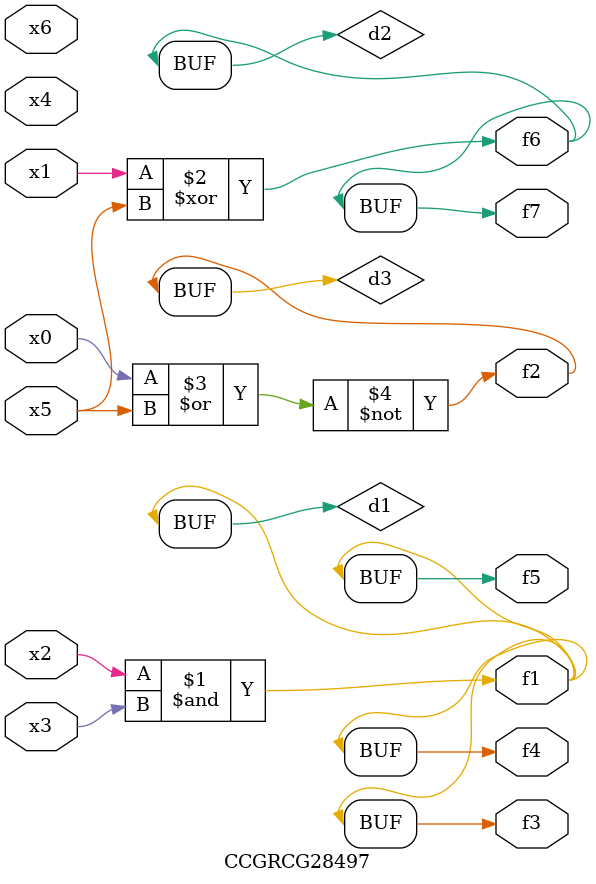
<source format=v>
module CCGRCG28497(
	input x0, x1, x2, x3, x4, x5, x6,
	output f1, f2, f3, f4, f5, f6, f7
);

	wire d1, d2, d3;

	and (d1, x2, x3);
	xor (d2, x1, x5);
	nor (d3, x0, x5);
	assign f1 = d1;
	assign f2 = d3;
	assign f3 = d1;
	assign f4 = d1;
	assign f5 = d1;
	assign f6 = d2;
	assign f7 = d2;
endmodule

</source>
